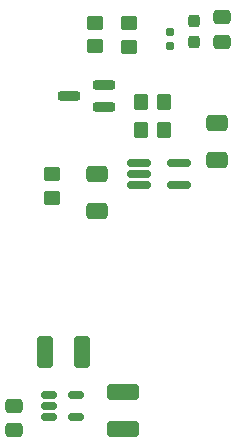
<source format=gtp>
G04 #@! TF.GenerationSoftware,KiCad,Pcbnew,8.0.6*
G04 #@! TF.CreationDate,2024-12-04T19:19:15+01:00*
G04 #@! TF.ProjectId,Shield_Frequency_meter_STM32,53686965-6c64-45f4-9672-657175656e63,rev?*
G04 #@! TF.SameCoordinates,Original*
G04 #@! TF.FileFunction,Paste,Top*
G04 #@! TF.FilePolarity,Positive*
%FSLAX46Y46*%
G04 Gerber Fmt 4.6, Leading zero omitted, Abs format (unit mm)*
G04 Created by KiCad (PCBNEW 8.0.6) date 2024-12-04 19:19:15*
%MOMM*%
%LPD*%
G01*
G04 APERTURE LIST*
G04 Aperture macros list*
%AMRoundRect*
0 Rectangle with rounded corners*
0 $1 Rounding radius*
0 $2 $3 $4 $5 $6 $7 $8 $9 X,Y pos of 4 corners*
0 Add a 4 corners polygon primitive as box body*
4,1,4,$2,$3,$4,$5,$6,$7,$8,$9,$2,$3,0*
0 Add four circle primitives for the rounded corners*
1,1,$1+$1,$2,$3*
1,1,$1+$1,$4,$5*
1,1,$1+$1,$6,$7*
1,1,$1+$1,$8,$9*
0 Add four rect primitives between the rounded corners*
20,1,$1+$1,$2,$3,$4,$5,0*
20,1,$1+$1,$4,$5,$6,$7,0*
20,1,$1+$1,$6,$7,$8,$9,0*
20,1,$1+$1,$8,$9,$2,$3,0*%
G04 Aperture macros list end*
%ADD10RoundRect,0.250000X0.450000X-0.350000X0.450000X0.350000X-0.450000X0.350000X-0.450000X-0.350000X0*%
%ADD11RoundRect,0.250000X-0.412500X-1.100000X0.412500X-1.100000X0.412500X1.100000X-0.412500X1.100000X0*%
%ADD12RoundRect,0.155000X-0.155000X0.212500X-0.155000X-0.212500X0.155000X-0.212500X0.155000X0.212500X0*%
%ADD13RoundRect,0.250000X-0.650000X0.412500X-0.650000X-0.412500X0.650000X-0.412500X0.650000X0.412500X0*%
%ADD14RoundRect,0.250000X-0.350000X-0.450000X0.350000X-0.450000X0.350000X0.450000X-0.350000X0.450000X0*%
%ADD15RoundRect,0.250000X-1.100000X0.412500X-1.100000X-0.412500X1.100000X-0.412500X1.100000X0.412500X0*%
%ADD16RoundRect,0.250000X0.350000X0.450000X-0.350000X0.450000X-0.350000X-0.450000X0.350000X-0.450000X0*%
%ADD17RoundRect,0.150000X-0.512500X-0.150000X0.512500X-0.150000X0.512500X0.150000X-0.512500X0.150000X0*%
%ADD18RoundRect,0.250000X-0.450000X0.350000X-0.450000X-0.350000X0.450000X-0.350000X0.450000X0.350000X0*%
%ADD19RoundRect,0.237500X-0.237500X0.300000X-0.237500X-0.300000X0.237500X-0.300000X0.237500X0.300000X0*%
%ADD20RoundRect,0.162500X-0.837500X-0.162500X0.837500X-0.162500X0.837500X0.162500X-0.837500X0.162500X0*%
%ADD21RoundRect,0.250000X0.650000X-0.412500X0.650000X0.412500X-0.650000X0.412500X-0.650000X-0.412500X0*%
%ADD22RoundRect,0.250000X-0.475000X0.337500X-0.475000X-0.337500X0.475000X-0.337500X0.475000X0.337500X0*%
%ADD23RoundRect,0.200000X0.750000X0.200000X-0.750000X0.200000X-0.750000X-0.200000X0.750000X-0.200000X0*%
G04 APERTURE END LIST*
D10*
X142800000Y-55200000D03*
X142800000Y-53200000D03*
D11*
X138625000Y-81037500D03*
X141750000Y-81037500D03*
D12*
X149200000Y-54000000D03*
X149200000Y-55135000D03*
D13*
X143000000Y-66000000D03*
X143000000Y-69125000D03*
D14*
X146700000Y-62300000D03*
X148700000Y-62300000D03*
D15*
X145200000Y-84437500D03*
X145200000Y-87562500D03*
D16*
X148700000Y-59900000D03*
X146700000Y-59900000D03*
D17*
X138962500Y-84687500D03*
X138962500Y-85637500D03*
X138962500Y-86587500D03*
X141237500Y-86587500D03*
X141237500Y-84687500D03*
D18*
X145750000Y-53250000D03*
X145750000Y-55250000D03*
D19*
X151200000Y-53075000D03*
X151200000Y-54800000D03*
D20*
X146540000Y-65050000D03*
X146540000Y-66000000D03*
X146540000Y-66950000D03*
X149960000Y-66950000D03*
X149960000Y-65050000D03*
D21*
X153200000Y-64800000D03*
X153200000Y-61675000D03*
D10*
X139200000Y-68000000D03*
X139200000Y-66000000D03*
D22*
X136000000Y-85637500D03*
X136000000Y-87712500D03*
D23*
X143600000Y-60350000D03*
X143600000Y-58450000D03*
X140600000Y-59400000D03*
D22*
X153600000Y-52725000D03*
X153600000Y-54800000D03*
M02*

</source>
